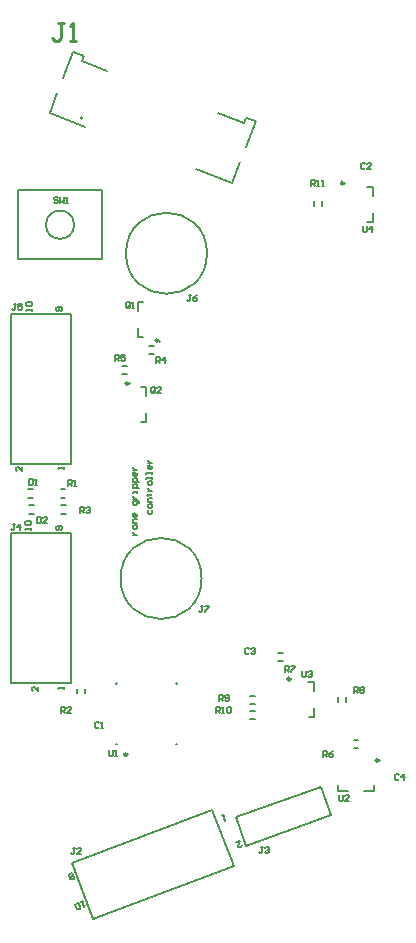
<source format=gto>
%FSTAX25Y25*%
%MOIN*%
%SFA1B1*%

%IPPOS*%
%ADD24C,0.008000*%
%ADD34C,0.009800*%
%ADD35C,0.005000*%
%ADD36C,0.007900*%
%ADD37C,0.010000*%
%LNarmboardproto-1*%
%LPD*%
G54D24*
X09619Y07597D02*
D01*
D01*
G75*
G03X09349I-0013500J0D01*
G74*G01*
D01*
G75*
G03X09619I0013500J0D01*
G74*G01*
X09637Y08681D02*
D01*
D01*
G75*
G03X09367I-0013500J0D01*
G74*G01*
D01*
G75*
G03X09637I0013500J0D01*
G74*G01*
G54D34*
X09915Y07262D02*
D01*
D01*
G75*
G03X099052I-0000490J0D01*
G74*G01*
D01*
G75*
G03X09915I0000490J0D01*
G74*G01*
X09371Y070102D02*
D01*
D01*
G75*
G03X093612I-0000490J0D01*
G74*G01*
D01*
G75*
G03X09371I0000490J0D01*
G74*G01*
X102089Y069909D02*
D01*
D01*
G75*
G03X101991I-0000490J0D01*
G74*G01*
D01*
G75*
G03X102089I0000490J0D01*
G74*G01*
X094754Y083901D02*
D01*
D01*
G75*
G03X094656I-0000490J0D01*
G74*G01*
D01*
G75*
G03X094754I0000490J0D01*
G74*G01*
X093755Y082469D02*
D01*
D01*
G75*
G03X093657I-0000490J0D01*
G74*G01*
D01*
G75*
G03X093755I0000490J0D01*
G74*G01*
X10093Y08915D02*
D01*
D01*
G75*
G03X100832I-0000490J0D01*
G74*G01*
D01*
G75*
G03X10093I0000490J0D01*
G74*G01*
G54D35*
X09194Y08776D02*
D01*
D01*
G75*
G03X091I-0004700J0D01*
G74*G01*
D01*
G75*
G03X09194I0004700J0D01*
G74*G01*
X09006Y08662D02*
Y08891D01*
X09288*
X09006Y08662D02*
X09288D01*
Y08891*
X090013Y08512D02*
X089947D01*
X08998*
Y084953*
X089947Y08492*
X089913*
X08988Y084953*
X090213Y08512D02*
X09008D01*
Y08502*
X090147Y085053*
X09018*
X090213Y08502*
Y084953*
X09018Y08492*
X090113*
X09008Y084953*
X0902Y079673D02*
Y07954D01*
X090067Y079673*
X090033*
X09Y07964*
Y079573*
X090033Y07954*
X09161Y07961D02*
Y079677D01*
Y079643*
X09141*
X091443Y07961*
X091517Y08488D02*
X09155Y084913D01*
Y08498*
X091517Y085013*
X091383*
X09135Y08498*
Y084913*
X091383Y08488*
X091417*
X09145Y084913*
Y085013*
X09055Y08488D02*
Y084947D01*
Y084913*
X09035*
X090383Y08488*
Y085047D02*
X09035Y08508D01*
Y085147*
X090383Y08518*
X090517*
X09055Y085147*
Y08508*
X090517Y085047*
X090383*
X097783Y073627D02*
X09775Y07366D01*
X097683*
X09765Y073627*
Y073493*
X097683Y07346*
X09775*
X097783Y073493*
X09785Y073627D02*
X097883Y07366D01*
X09795*
X097983Y073627*
Y073593*
X09795Y07356*
X097917*
X09795*
X097983Y073527*
Y073493*
X09795Y07346*
X097883*
X09785Y073493*
X09896Y07284D02*
Y07304D01*
X09906*
X099093Y073007*
Y07294*
X09906Y072907*
X09896*
X099027D02*
X099093Y07284D01*
X09916Y07304D02*
X099293D01*
Y073007*
X09916Y072873*
Y07284*
X09954Y0729D02*
Y072733D01*
X099573Y0727*
X09964*
X099673Y072733*
Y0729*
X09974Y072867D02*
X099773Y0729D01*
X09984*
X099873Y072867*
Y072833*
X09984Y0728*
X099807*
X09984*
X099873Y072767*
Y072733*
X09984Y0727*
X099773*
X09974Y072733*
X09311Y07025D02*
Y070083D01*
X093143Y07005*
X09321*
X093243Y070083*
Y07025*
X09331Y07005D02*
X093377D01*
X093343*
Y07025*
X09331Y070217*
X10156Y08771D02*
Y087543D01*
X101593Y08751*
X10166*
X101693Y087543*
Y08771*
X10186Y08751D02*
Y08771D01*
X10176Y08761*
X101893*
X09985Y08905D02*
Y08925D01*
X09995*
X099983Y089217*
Y08915*
X09995Y089117*
X09985*
X099917D02*
X099983Y08905D01*
X10005D02*
X100117D01*
X100083*
Y08925*
X10005Y089217*
X100217Y08905D02*
X100283D01*
X10025*
Y08925*
X100217Y089217*
X096223Y07505D02*
X096157D01*
X09619*
Y074883*
X096157Y07485*
X096123*
X09609Y074883*
X09629Y07505D02*
X096423D01*
Y075017*
X09629Y074883*
Y07485*
X102773Y069427D02*
X10274Y06946D01*
X102673*
X10264Y069427*
Y069293*
X102673Y06926*
X10274*
X102773Y069293*
X10294Y06926D02*
Y06946D01*
X10284Y06936*
X102973*
X10076Y06876D02*
Y068593D01*
X100793Y06856*
X10086*
X100893Y068593*
Y06876*
X101093Y06856D02*
X10096D01*
X101093Y068693*
Y068727*
X10106Y06876*
X100993*
X10096Y068727*
X091393Y088657D02*
X09136Y08869D01*
X091293*
X09126Y088657*
Y088623*
X091293Y08859*
X09136*
X091393Y088557*
Y088523*
X09136Y08849*
X091293*
X09126Y088523*
X09146Y08869D02*
Y08849D01*
X091527Y088557*
X091593Y08849*
Y08869*
X09166Y08849D02*
X091727D01*
X091693*
Y08869*
X09166Y088657*
X09666Y07147D02*
Y07167D01*
X09676*
X096793Y071637*
Y07157*
X09676Y071537*
X09666*
X096727D02*
X096793Y07147D01*
X09686D02*
X096927D01*
X096893*
Y07167*
X09686Y071637*
X097027D02*
X09706Y07167D01*
X097127*
X09716Y071637*
Y071503*
X097127Y07147*
X09706*
X097027Y071503*
Y071637*
X09677Y0719D02*
Y0721D01*
X09687*
X096903Y072067*
Y072*
X09687Y071967*
X09677*
X096837D02*
X096903Y0719D01*
X09697Y071933D02*
X097003Y0719D01*
X09707*
X097103Y071933*
Y072067*
X09707Y0721*
X097003*
X09697Y072067*
Y072033*
X097003Y072*
X097103*
X10126Y07214D02*
Y07234D01*
X10136*
X101393Y072307*
Y07224*
X10136Y072207*
X10126*
X101327D02*
X101393Y07214D01*
X10146Y072307D02*
X101493Y07234D01*
X10156*
X101593Y072307*
Y072273*
X10156Y07224*
X101593Y072207*
Y072173*
X10156Y07214*
X101493*
X10146Y072173*
Y072207*
X101493Y07224*
X10146Y072273*
Y072307*
X101493Y07224D02*
X10156D01*
X10025Y07003D02*
Y07023D01*
X10035*
X100383Y070197*
Y07013*
X10035Y070097*
X10025*
X100317D02*
X100383Y07003D01*
X100583Y07023D02*
X100517Y070197D01*
X10045Y07013*
Y070063*
X100483Y07003*
X10055*
X100583Y070063*
Y070097*
X10055Y07013*
X10045*
X09331Y08321D02*
Y08341D01*
X09341*
X093443Y083377*
Y08331*
X09341Y083277*
X09331*
X093377D02*
X093443Y08321D01*
X093643Y08341D02*
X09351D01*
Y08331*
X093577Y083343*
X09361*
X093643Y08331*
Y083243*
X09361Y08321*
X093543*
X09351Y083243*
X09466Y08314D02*
Y08334D01*
X09476*
X094793Y083307*
Y08324*
X09476Y083207*
X09466*
X094727D02*
X094793Y08314D01*
X09496D02*
Y08334D01*
X09486Y08324*
X094993*
X09215Y07816D02*
Y07836D01*
X09225*
X092283Y078327*
Y07826*
X09225Y078227*
X09215*
X092217D02*
X092283Y07816D01*
X09235Y078327D02*
X092383Y07836D01*
X09245*
X092483Y078327*
Y078293*
X09245Y07826*
X092417*
X09245*
X092483Y078227*
Y078193*
X09245Y07816*
X092383*
X09235Y078193*
X0915Y0715D02*
Y0717D01*
X0916*
X091633Y071667*
Y0716*
X0916Y071567*
X0915*
X091567D02*
X091633Y0715D01*
X091833D02*
X0917D01*
X091833Y071633*
Y071667*
X0918Y0717*
X091733*
X0917Y071667*
X09173Y07905D02*
Y07925D01*
X09183*
X091863Y079217*
Y07915*
X09183Y079117*
X09173*
X091797D02*
X091863Y07905D01*
X09193D02*
X091997D01*
X091963*
Y07925*
X09193Y079217*
X094623Y082183D02*
Y082317D01*
X09459Y08235*
X094523*
X09449Y082317*
Y082183*
X094523Y08215*
X09459*
X094557Y082217D02*
X094623Y08215D01*
X09459D02*
X094623Y082183D01*
X094823Y08215D02*
X09469D01*
X094823Y082283*
Y082317*
X09479Y08235*
X094723*
X09469Y082317*
X093793Y085023D02*
Y085157D01*
X09376Y08519*
X093693*
X09366Y085157*
Y085023*
X093693Y08499*
X09376*
X093727Y085057D02*
X093793Y08499D01*
X09376D02*
X093793Y085023D01*
X09386Y08499D02*
X093927D01*
X093893*
Y08519*
X09386Y085157*
X095843Y08541D02*
X095777D01*
X09581*
Y085243*
X095777Y08521*
X095743*
X09571Y085243*
X096043Y08541D02*
X095977Y085377D01*
X09591Y08531*
Y085243*
X095943Y08521*
X09601*
X096043Y085243*
Y085277*
X09601Y08531*
X09591*
X098223Y06703D02*
X098157D01*
X09819*
Y066863*
X098157Y06683*
X098123*
X09809Y066863*
X09829Y066997D02*
X098323Y06703D01*
X09839*
X098423Y066997*
Y066963*
X09839Y06693*
X098357*
X09839*
X098423Y066897*
Y066863*
X09839Y06683*
X098323*
X09829Y066863*
X089973Y07779D02*
X089907D01*
X08994*
Y077623*
X089907Y07759*
X089873*
X08984Y077623*
X09014Y07759D02*
Y07779D01*
X09004Y07769*
X090173*
X091983Y06698D02*
X091917D01*
X09195*
Y066813*
X091917Y06678*
X091883*
X09185Y066813*
X092183Y06678D02*
X09205D01*
X092183Y066913*
Y066947*
X09215Y06698*
X092083*
X09205Y066947*
X09071Y07803D02*
Y07783D01*
X09081*
X090843Y077863*
Y077997*
X09081Y07803*
X09071*
X091043Y07783D02*
X09091D01*
X091043Y077963*
Y077997*
X09101Y07803*
X090943*
X09091Y077997*
X09044Y07928D02*
Y07908D01*
X09054*
X090573Y079113*
Y079247*
X09054Y07928*
X09044*
X09064Y07908D02*
X090707D01*
X090673*
Y07928*
X09064Y079247*
X101623Y089777D02*
X10159Y08981D01*
X101523*
X10149Y089777*
Y089643*
X101523Y08961*
X10159*
X101623Y089643*
X101823Y08961D02*
X10169D01*
X101823Y089743*
Y089777*
X10179Y08981*
X101723*
X10169Y089777*
X092773Y071137D02*
X09274Y07117D01*
X092673*
X09264Y071137*
Y071003*
X092673Y07097*
X09274*
X092773Y071003*
X09284Y07097D02*
X092907D01*
X092873*
Y07117*
X09284Y071137*
X094397Y078263D02*
Y078163D01*
X09443Y07813*
X094497*
X09453Y078163*
Y078263*
Y078363D02*
Y07843D01*
X094497Y078463*
X09443*
X094397Y07843*
Y078363*
X09443Y07833*
X094497*
X09453Y078363*
Y07853D02*
X094397D01*
Y07863*
X09443Y078663*
X09453*
X094363Y078763D02*
X094397D01*
Y07873*
Y078796*
Y078763*
X094497*
X09453Y078796*
X094397Y078896D02*
X09453D01*
X094463*
X09443Y07893*
X094397Y078963*
Y078996*
X09453Y07913D02*
Y079196D01*
X094497Y07923*
X09443*
X094397Y079196*
Y07913*
X09443Y079096*
X094497*
X09453Y07913*
Y079296D02*
Y079363D01*
Y07933*
X09433*
Y079296*
X09453Y079463D02*
Y07953D01*
Y079496*
X09433*
Y079463*
X09453Y079729D02*
Y079663D01*
X094497Y07963*
X09443*
X094397Y079663*
Y079729*
X09443Y079763*
X094463*
Y07963*
X094397Y079829D02*
X09453D01*
X094463*
X09443Y079863*
X094397Y079896*
Y079929*
X093917Y07743D02*
X09405D01*
X093983*
X09395Y077463*
X093917Y077497*
Y07753*
X09405Y077663D02*
Y07773D01*
X094017Y077763*
X09395*
X093917Y07773*
Y077663*
X09395Y07763*
X094017*
X09405Y077663*
Y07783D02*
X093917D01*
Y07793*
X09395Y077963*
X09405*
Y07813D02*
Y078063D01*
X094017Y07803*
X09395*
X093917Y078063*
Y07813*
X09395Y078163*
X093983*
Y07803*
X094117Y078496D02*
Y07853D01*
X094083Y078563*
X093917*
Y078463*
X09395Y07843*
X094017*
X09405Y078463*
Y078563*
X093917Y07863D02*
X09405D01*
X093983*
X09395Y078663*
X093917Y078696*
Y07873*
X09405Y07883D02*
Y078896D01*
Y078863*
X093917*
Y07883*
X094117Y078996D02*
X093917D01*
Y079096*
X09395Y079129*
X094017*
X09405Y079096*
Y078996*
X094117Y079196D02*
X093917D01*
Y079296*
X09395Y079329*
X094017*
X09405Y079296*
Y079196*
Y079496D02*
Y079429D01*
X094017Y079396*
X09395*
X093917Y079429*
Y079496*
X09395Y079529*
X093983*
Y079396*
X093917Y079596D02*
X09405D01*
X093983*
X09395Y079629*
X093917Y079663*
Y079696*
X097346Y067184D02*
X09747Y067231D01*
X097394Y067059*
X097406Y067028*
X097449Y067009*
X097511Y067033*
X09753Y067076*
X096925Y068093D02*
X096863Y06807D01*
X096894Y068081*
X096966Y067895*
X096985Y067938*
X091896Y066127D02*
X091853Y066146D01*
X091791Y066122*
X091771Y066079*
X091819Y065955*
X091862Y065936*
X091924Y06596*
X091944Y066003*
X091932Y066034*
X091889Y066053*
X091795Y066017*
X092242Y065225D02*
X09218Y065201D01*
X092211Y065213*
X092283Y065026*
X092302Y065069*
X092146Y065009D02*
X092127Y064966D01*
X092065Y064942*
X092022Y064962*
X091974Y065086*
X091993Y065129*
X092056Y065153*
X092099Y065134*
X092146Y065009*
X09051Y07759D02*
Y077657D01*
Y077623*
X09031*
X090343Y07759*
Y077757D02*
X09031Y07779D01*
Y077857*
X090343Y07789*
X090477*
X09051Y077857*
Y07779*
X090477Y077757*
X090343*
X091507Y07757D02*
X09154Y077603D01*
Y07767*
X091507Y077703*
X091373*
X09134Y07767*
Y077603*
X091373Y07757*
X091407*
X09144Y077603*
Y077703*
X0916Y07228D02*
Y072347D01*
Y072313*
X0914*
X091433Y07228*
X09074Y072363D02*
Y07223D01*
X090607Y072363*
X090573*
X09054Y07233*
Y072263*
X090573Y07223*
G54D36*
X097678Y091334D02*
X098005Y091209D01*
X097607Y091147D02*
X097679Y091335D01*
X091917Y093528D02*
X092262Y093395D01*
X091845Y09334D02*
X091917Y093528D01*
X091845Y09334D02*
X091917Y093528D01*
X09219Y093207D02*
X092262Y093395D01*
X09219Y093207D02*
X093021Y092889D01*
X096729Y091484D02*
X097607Y091147D01*
X09599Y089615D02*
X097213Y089146D01*
X091127Y091471D02*
X091385Y092143D01*
X091586Y092666D02*
X091917Y093528D01*
X097213Y089146D02*
X097482Y089846D01*
X097679Y090358D02*
X098005Y091209D01*
X091127Y091471D02*
X092304Y09102D01*
X08985Y08478D02*
X09185D01*
X08985Y07978D02*
X09185D01*
X08985D02*
Y08478D01*
X09185Y07978D02*
Y08478D01*
X098741Y073202D02*
X098899D01*
X098741Y073478D02*
X098899D01*
X09993Y07134D02*
Y071655D01*
X099768Y071339D02*
X099926D01*
X09993Y072206D02*
Y07252D01*
X099728D02*
X09993D01*
X093326Y070436D02*
X093356D01*
X093326D02*
Y070466D01*
Y072454D02*
Y072484D01*
X093356*
X095344D02*
X095374D01*
Y072454D02*
Y072484D01*
Y070436D02*
Y070466D01*
X095344Y070436D02*
X095374D01*
X101261Y070302D02*
X101419D01*
X101261Y070578D02*
X101419D01*
X101008Y071861D02*
Y072019D01*
X100732Y071861D02*
Y072019D01*
X097801Y071558D02*
X097959D01*
X097801Y071282D02*
X097959D01*
X100739Y068888D02*
X101054D01*
X100739D02*
Y069084D01*
X101606Y068888D02*
X101921D01*
Y06908*
X100159Y069031D02*
X100501Y068091D01*
X097682Y067065D02*
X100501Y068091D01*
X09734Y068005D02*
X097682Y067065D01*
X09734Y068005D02*
X100159Y069031D01*
X09187Y066474D02*
X092586Y064607D01*
X096538Y068266D02*
X097254Y066399D01*
X092586Y064607D02*
X097254Y066399D01*
X09187Y066474D02*
X096538Y068266D01*
X092032Y072141D02*
Y072299D01*
X092308Y072141D02*
Y072299D01*
X09184Y07247D02*
Y07747D01*
X08984Y07247D02*
Y07747D01*
Y07247D02*
X09184D01*
X08984Y07747D02*
X09184D01*
X094441Y083718D02*
X094599D01*
X094441Y083442D02*
X094599D01*
X091491Y078938D02*
X091649D01*
X091491Y078662D02*
X091649D01*
X091501Y078408D02*
X091659D01*
X091501Y078132D02*
X091659D01*
X094074Y084886D02*
Y085201D01*
X094232*
X094074Y084019D02*
Y084334D01*
Y084019D02*
X094232D01*
X094336Y081169D02*
Y081484D01*
X094178Y081169D02*
X094336D01*
Y082036D02*
Y082351D01*
X094178D02*
X094336D01*
X093531Y083068D02*
X093689D01*
X093531Y082792D02*
X093689D01*
X090401Y078938D02*
X090559D01*
X090401Y078662D02*
X090559D01*
X090441Y078408D02*
X090599D01*
X090441Y078132D02*
X090599D01*
X100218Y088401D02*
Y088559D01*
X099942Y088401D02*
Y088559D01*
X101902Y087849D02*
Y088164D01*
X101706Y087849D02*
X101902D01*
Y088716D02*
Y089031D01*
X10171D02*
X101902D01*
X097801Y071772D02*
X097959D01*
X097801Y072048D02*
X097959D01*
G54D37*
X092162Y09132D02*
X092173Y091348D01*
X09159Y09447D02*
X09139D01*
X09149*
Y09397*
X09139Y09387*
X09129*
X09119Y09397*
X09179Y09387D02*
X09199D01*
X09189*
Y09447*
X09179Y09437*
M02*
</source>
